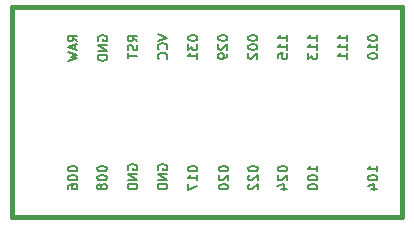
<source format=gbr>
%TF.GenerationSoftware,KiCad,Pcbnew,9.0.0*%
%TF.CreationDate,2025-05-24T09:04:45-07:00*%
%TF.ProjectId,nnv2-smd,6e6e7632-2d73-46d6-942e-6b696361645f,rev?*%
%TF.SameCoordinates,Original*%
%TF.FileFunction,Legend,Bot*%
%TF.FilePolarity,Positive*%
%FSLAX46Y46*%
G04 Gerber Fmt 4.6, Leading zero omitted, Abs format (unit mm)*
G04 Created by KiCad (PCBNEW 9.0.0) date 2025-05-24 09:04:45*
%MOMM*%
%LPD*%
G01*
G04 APERTURE LIST*
%ADD10C,0.150000*%
%ADD11C,0.381000*%
G04 APERTURE END LIST*
D10*
X179740390Y-93156476D02*
X179702295Y-93080286D01*
X179702295Y-93080286D02*
X179702295Y-92966000D01*
X179702295Y-92966000D02*
X179740390Y-92851714D01*
X179740390Y-92851714D02*
X179816580Y-92775524D01*
X179816580Y-92775524D02*
X179892771Y-92737429D01*
X179892771Y-92737429D02*
X180045152Y-92699333D01*
X180045152Y-92699333D02*
X180159438Y-92699333D01*
X180159438Y-92699333D02*
X180311819Y-92737429D01*
X180311819Y-92737429D02*
X180388009Y-92775524D01*
X180388009Y-92775524D02*
X180464200Y-92851714D01*
X180464200Y-92851714D02*
X180502295Y-92966000D01*
X180502295Y-92966000D02*
X180502295Y-93042191D01*
X180502295Y-93042191D02*
X180464200Y-93156476D01*
X180464200Y-93156476D02*
X180426104Y-93194572D01*
X180426104Y-93194572D02*
X180159438Y-93194572D01*
X180159438Y-93194572D02*
X180159438Y-93042191D01*
X180502295Y-93537429D02*
X179702295Y-93537429D01*
X179702295Y-93537429D02*
X180502295Y-93994572D01*
X180502295Y-93994572D02*
X179702295Y-93994572D01*
X180502295Y-94375524D02*
X179702295Y-94375524D01*
X179702295Y-94375524D02*
X179702295Y-94566000D01*
X179702295Y-94566000D02*
X179740390Y-94680286D01*
X179740390Y-94680286D02*
X179816580Y-94756476D01*
X179816580Y-94756476D02*
X179892771Y-94794571D01*
X179892771Y-94794571D02*
X180045152Y-94832667D01*
X180045152Y-94832667D02*
X180159438Y-94832667D01*
X180159438Y-94832667D02*
X180311819Y-94794571D01*
X180311819Y-94794571D02*
X180388009Y-94756476D01*
X180388009Y-94756476D02*
X180464200Y-94680286D01*
X180464200Y-94680286D02*
X180502295Y-94566000D01*
X180502295Y-94566000D02*
X180502295Y-94375524D01*
X195742295Y-93308856D02*
X195742295Y-92851713D01*
X195742295Y-93080285D02*
X194942295Y-93080285D01*
X194942295Y-93080285D02*
X195056580Y-93004094D01*
X195056580Y-93004094D02*
X195132771Y-92927904D01*
X195132771Y-92927904D02*
X195170866Y-92851713D01*
X194942295Y-93804095D02*
X194942295Y-93880285D01*
X194942295Y-93880285D02*
X194980390Y-93956476D01*
X194980390Y-93956476D02*
X195018485Y-93994571D01*
X195018485Y-93994571D02*
X195094676Y-94032666D01*
X195094676Y-94032666D02*
X195247057Y-94070761D01*
X195247057Y-94070761D02*
X195437533Y-94070761D01*
X195437533Y-94070761D02*
X195589914Y-94032666D01*
X195589914Y-94032666D02*
X195666104Y-93994571D01*
X195666104Y-93994571D02*
X195704200Y-93956476D01*
X195704200Y-93956476D02*
X195742295Y-93880285D01*
X195742295Y-93880285D02*
X195742295Y-93804095D01*
X195742295Y-93804095D02*
X195704200Y-93727904D01*
X195704200Y-93727904D02*
X195666104Y-93689809D01*
X195666104Y-93689809D02*
X195589914Y-93651714D01*
X195589914Y-93651714D02*
X195437533Y-93613618D01*
X195437533Y-93613618D02*
X195247057Y-93613618D01*
X195247057Y-93613618D02*
X195094676Y-93651714D01*
X195094676Y-93651714D02*
X195018485Y-93689809D01*
X195018485Y-93689809D02*
X194980390Y-93727904D01*
X194980390Y-93727904D02*
X194942295Y-93804095D01*
X194942295Y-94566000D02*
X194942295Y-94642190D01*
X194942295Y-94642190D02*
X194980390Y-94718381D01*
X194980390Y-94718381D02*
X195018485Y-94756476D01*
X195018485Y-94756476D02*
X195094676Y-94794571D01*
X195094676Y-94794571D02*
X195247057Y-94832666D01*
X195247057Y-94832666D02*
X195437533Y-94832666D01*
X195437533Y-94832666D02*
X195589914Y-94794571D01*
X195589914Y-94794571D02*
X195666104Y-94756476D01*
X195666104Y-94756476D02*
X195704200Y-94718381D01*
X195704200Y-94718381D02*
X195742295Y-94642190D01*
X195742295Y-94642190D02*
X195742295Y-94566000D01*
X195742295Y-94566000D02*
X195704200Y-94489809D01*
X195704200Y-94489809D02*
X195666104Y-94451714D01*
X195666104Y-94451714D02*
X195589914Y-94413619D01*
X195589914Y-94413619D02*
X195437533Y-94375523D01*
X195437533Y-94375523D02*
X195247057Y-94375523D01*
X195247057Y-94375523D02*
X195094676Y-94413619D01*
X195094676Y-94413619D02*
X195018485Y-94451714D01*
X195018485Y-94451714D02*
X194980390Y-94489809D01*
X194980390Y-94489809D02*
X194942295Y-94566000D01*
X182242295Y-81701142D02*
X183042295Y-81967809D01*
X183042295Y-81967809D02*
X182242295Y-82234475D01*
X182966104Y-82958285D02*
X183004200Y-82920189D01*
X183004200Y-82920189D02*
X183042295Y-82805904D01*
X183042295Y-82805904D02*
X183042295Y-82729713D01*
X183042295Y-82729713D02*
X183004200Y-82615427D01*
X183004200Y-82615427D02*
X182928009Y-82539237D01*
X182928009Y-82539237D02*
X182851819Y-82501142D01*
X182851819Y-82501142D02*
X182699438Y-82463046D01*
X182699438Y-82463046D02*
X182585152Y-82463046D01*
X182585152Y-82463046D02*
X182432771Y-82501142D01*
X182432771Y-82501142D02*
X182356580Y-82539237D01*
X182356580Y-82539237D02*
X182280390Y-82615427D01*
X182280390Y-82615427D02*
X182242295Y-82729713D01*
X182242295Y-82729713D02*
X182242295Y-82805904D01*
X182242295Y-82805904D02*
X182280390Y-82920189D01*
X182280390Y-82920189D02*
X182318485Y-82958285D01*
X182966104Y-83758285D02*
X183004200Y-83720189D01*
X183004200Y-83720189D02*
X183042295Y-83605904D01*
X183042295Y-83605904D02*
X183042295Y-83529713D01*
X183042295Y-83529713D02*
X183004200Y-83415427D01*
X183004200Y-83415427D02*
X182928009Y-83339237D01*
X182928009Y-83339237D02*
X182851819Y-83301142D01*
X182851819Y-83301142D02*
X182699438Y-83263046D01*
X182699438Y-83263046D02*
X182585152Y-83263046D01*
X182585152Y-83263046D02*
X182432771Y-83301142D01*
X182432771Y-83301142D02*
X182356580Y-83339237D01*
X182356580Y-83339237D02*
X182280390Y-83415427D01*
X182280390Y-83415427D02*
X182242295Y-83529713D01*
X182242295Y-83529713D02*
X182242295Y-83605904D01*
X182242295Y-83605904D02*
X182280390Y-83720189D01*
X182280390Y-83720189D02*
X182318485Y-83758285D01*
X177200390Y-82240809D02*
X177162295Y-82164619D01*
X177162295Y-82164619D02*
X177162295Y-82050333D01*
X177162295Y-82050333D02*
X177200390Y-81936047D01*
X177200390Y-81936047D02*
X177276580Y-81859857D01*
X177276580Y-81859857D02*
X177352771Y-81821762D01*
X177352771Y-81821762D02*
X177505152Y-81783666D01*
X177505152Y-81783666D02*
X177619438Y-81783666D01*
X177619438Y-81783666D02*
X177771819Y-81821762D01*
X177771819Y-81821762D02*
X177848009Y-81859857D01*
X177848009Y-81859857D02*
X177924200Y-81936047D01*
X177924200Y-81936047D02*
X177962295Y-82050333D01*
X177962295Y-82050333D02*
X177962295Y-82126524D01*
X177962295Y-82126524D02*
X177924200Y-82240809D01*
X177924200Y-82240809D02*
X177886104Y-82278905D01*
X177886104Y-82278905D02*
X177619438Y-82278905D01*
X177619438Y-82278905D02*
X177619438Y-82126524D01*
X177962295Y-82621762D02*
X177162295Y-82621762D01*
X177162295Y-82621762D02*
X177962295Y-83078905D01*
X177962295Y-83078905D02*
X177162295Y-83078905D01*
X177962295Y-83459857D02*
X177162295Y-83459857D01*
X177162295Y-83459857D02*
X177162295Y-83650333D01*
X177162295Y-83650333D02*
X177200390Y-83764619D01*
X177200390Y-83764619D02*
X177276580Y-83840809D01*
X177276580Y-83840809D02*
X177352771Y-83878904D01*
X177352771Y-83878904D02*
X177505152Y-83917000D01*
X177505152Y-83917000D02*
X177619438Y-83917000D01*
X177619438Y-83917000D02*
X177771819Y-83878904D01*
X177771819Y-83878904D02*
X177848009Y-83840809D01*
X177848009Y-83840809D02*
X177924200Y-83764619D01*
X177924200Y-83764619D02*
X177962295Y-83650333D01*
X177962295Y-83650333D02*
X177962295Y-83459857D01*
X177092295Y-93042190D02*
X177092295Y-93118380D01*
X177092295Y-93118380D02*
X177130390Y-93194571D01*
X177130390Y-93194571D02*
X177168485Y-93232666D01*
X177168485Y-93232666D02*
X177244676Y-93270761D01*
X177244676Y-93270761D02*
X177397057Y-93308856D01*
X177397057Y-93308856D02*
X177587533Y-93308856D01*
X177587533Y-93308856D02*
X177739914Y-93270761D01*
X177739914Y-93270761D02*
X177816104Y-93232666D01*
X177816104Y-93232666D02*
X177854200Y-93194571D01*
X177854200Y-93194571D02*
X177892295Y-93118380D01*
X177892295Y-93118380D02*
X177892295Y-93042190D01*
X177892295Y-93042190D02*
X177854200Y-92965999D01*
X177854200Y-92965999D02*
X177816104Y-92927904D01*
X177816104Y-92927904D02*
X177739914Y-92889809D01*
X177739914Y-92889809D02*
X177587533Y-92851713D01*
X177587533Y-92851713D02*
X177397057Y-92851713D01*
X177397057Y-92851713D02*
X177244676Y-92889809D01*
X177244676Y-92889809D02*
X177168485Y-92927904D01*
X177168485Y-92927904D02*
X177130390Y-92965999D01*
X177130390Y-92965999D02*
X177092295Y-93042190D01*
X177092295Y-93804095D02*
X177092295Y-93880285D01*
X177092295Y-93880285D02*
X177130390Y-93956476D01*
X177130390Y-93956476D02*
X177168485Y-93994571D01*
X177168485Y-93994571D02*
X177244676Y-94032666D01*
X177244676Y-94032666D02*
X177397057Y-94070761D01*
X177397057Y-94070761D02*
X177587533Y-94070761D01*
X177587533Y-94070761D02*
X177739914Y-94032666D01*
X177739914Y-94032666D02*
X177816104Y-93994571D01*
X177816104Y-93994571D02*
X177854200Y-93956476D01*
X177854200Y-93956476D02*
X177892295Y-93880285D01*
X177892295Y-93880285D02*
X177892295Y-93804095D01*
X177892295Y-93804095D02*
X177854200Y-93727904D01*
X177854200Y-93727904D02*
X177816104Y-93689809D01*
X177816104Y-93689809D02*
X177739914Y-93651714D01*
X177739914Y-93651714D02*
X177587533Y-93613618D01*
X177587533Y-93613618D02*
X177397057Y-93613618D01*
X177397057Y-93613618D02*
X177244676Y-93651714D01*
X177244676Y-93651714D02*
X177168485Y-93689809D01*
X177168485Y-93689809D02*
X177130390Y-93727904D01*
X177130390Y-93727904D02*
X177092295Y-93804095D01*
X177435152Y-94527904D02*
X177397057Y-94451714D01*
X177397057Y-94451714D02*
X177358961Y-94413619D01*
X177358961Y-94413619D02*
X177282771Y-94375523D01*
X177282771Y-94375523D02*
X177244676Y-94375523D01*
X177244676Y-94375523D02*
X177168485Y-94413619D01*
X177168485Y-94413619D02*
X177130390Y-94451714D01*
X177130390Y-94451714D02*
X177092295Y-94527904D01*
X177092295Y-94527904D02*
X177092295Y-94680285D01*
X177092295Y-94680285D02*
X177130390Y-94756476D01*
X177130390Y-94756476D02*
X177168485Y-94794571D01*
X177168485Y-94794571D02*
X177244676Y-94832666D01*
X177244676Y-94832666D02*
X177282771Y-94832666D01*
X177282771Y-94832666D02*
X177358961Y-94794571D01*
X177358961Y-94794571D02*
X177397057Y-94756476D01*
X177397057Y-94756476D02*
X177435152Y-94680285D01*
X177435152Y-94680285D02*
X177435152Y-94527904D01*
X177435152Y-94527904D02*
X177473247Y-94451714D01*
X177473247Y-94451714D02*
X177511342Y-94413619D01*
X177511342Y-94413619D02*
X177587533Y-94375523D01*
X177587533Y-94375523D02*
X177739914Y-94375523D01*
X177739914Y-94375523D02*
X177816104Y-94413619D01*
X177816104Y-94413619D02*
X177854200Y-94451714D01*
X177854200Y-94451714D02*
X177892295Y-94527904D01*
X177892295Y-94527904D02*
X177892295Y-94680285D01*
X177892295Y-94680285D02*
X177854200Y-94756476D01*
X177854200Y-94756476D02*
X177816104Y-94794571D01*
X177816104Y-94794571D02*
X177739914Y-94832666D01*
X177739914Y-94832666D02*
X177587533Y-94832666D01*
X177587533Y-94832666D02*
X177511342Y-94794571D01*
X177511342Y-94794571D02*
X177473247Y-94756476D01*
X177473247Y-94756476D02*
X177435152Y-94680285D01*
X200022295Y-81967809D02*
X200022295Y-82043999D01*
X200022295Y-82043999D02*
X200060390Y-82120190D01*
X200060390Y-82120190D02*
X200098485Y-82158285D01*
X200098485Y-82158285D02*
X200174676Y-82196380D01*
X200174676Y-82196380D02*
X200327057Y-82234475D01*
X200327057Y-82234475D02*
X200517533Y-82234475D01*
X200517533Y-82234475D02*
X200669914Y-82196380D01*
X200669914Y-82196380D02*
X200746104Y-82158285D01*
X200746104Y-82158285D02*
X200784200Y-82120190D01*
X200784200Y-82120190D02*
X200822295Y-82043999D01*
X200822295Y-82043999D02*
X200822295Y-81967809D01*
X200822295Y-81967809D02*
X200784200Y-81891618D01*
X200784200Y-81891618D02*
X200746104Y-81853523D01*
X200746104Y-81853523D02*
X200669914Y-81815428D01*
X200669914Y-81815428D02*
X200517533Y-81777332D01*
X200517533Y-81777332D02*
X200327057Y-81777332D01*
X200327057Y-81777332D02*
X200174676Y-81815428D01*
X200174676Y-81815428D02*
X200098485Y-81853523D01*
X200098485Y-81853523D02*
X200060390Y-81891618D01*
X200060390Y-81891618D02*
X200022295Y-81967809D01*
X200822295Y-82996380D02*
X200822295Y-82539237D01*
X200822295Y-82767809D02*
X200022295Y-82767809D01*
X200022295Y-82767809D02*
X200136580Y-82691618D01*
X200136580Y-82691618D02*
X200212771Y-82615428D01*
X200212771Y-82615428D02*
X200250866Y-82539237D01*
X200022295Y-83491619D02*
X200022295Y-83567809D01*
X200022295Y-83567809D02*
X200060390Y-83644000D01*
X200060390Y-83644000D02*
X200098485Y-83682095D01*
X200098485Y-83682095D02*
X200174676Y-83720190D01*
X200174676Y-83720190D02*
X200327057Y-83758285D01*
X200327057Y-83758285D02*
X200517533Y-83758285D01*
X200517533Y-83758285D02*
X200669914Y-83720190D01*
X200669914Y-83720190D02*
X200746104Y-83682095D01*
X200746104Y-83682095D02*
X200784200Y-83644000D01*
X200784200Y-83644000D02*
X200822295Y-83567809D01*
X200822295Y-83567809D02*
X200822295Y-83491619D01*
X200822295Y-83491619D02*
X200784200Y-83415428D01*
X200784200Y-83415428D02*
X200746104Y-83377333D01*
X200746104Y-83377333D02*
X200669914Y-83339238D01*
X200669914Y-83339238D02*
X200517533Y-83301142D01*
X200517533Y-83301142D02*
X200327057Y-83301142D01*
X200327057Y-83301142D02*
X200174676Y-83339238D01*
X200174676Y-83339238D02*
X200098485Y-83377333D01*
X200098485Y-83377333D02*
X200060390Y-83415428D01*
X200060390Y-83415428D02*
X200022295Y-83491619D01*
X198282295Y-82234475D02*
X198282295Y-81777332D01*
X198282295Y-82005904D02*
X197482295Y-82005904D01*
X197482295Y-82005904D02*
X197596580Y-81929713D01*
X197596580Y-81929713D02*
X197672771Y-81853523D01*
X197672771Y-81853523D02*
X197710866Y-81777332D01*
X198282295Y-82996380D02*
X198282295Y-82539237D01*
X198282295Y-82767809D02*
X197482295Y-82767809D01*
X197482295Y-82767809D02*
X197596580Y-82691618D01*
X197596580Y-82691618D02*
X197672771Y-82615428D01*
X197672771Y-82615428D02*
X197710866Y-82539237D01*
X198282295Y-83758285D02*
X198282295Y-83301142D01*
X198282295Y-83529714D02*
X197482295Y-83529714D01*
X197482295Y-83529714D02*
X197596580Y-83453523D01*
X197596580Y-83453523D02*
X197672771Y-83377333D01*
X197672771Y-83377333D02*
X197710866Y-83301142D01*
X175422295Y-82278904D02*
X175041342Y-82012237D01*
X175422295Y-81821761D02*
X174622295Y-81821761D01*
X174622295Y-81821761D02*
X174622295Y-82126523D01*
X174622295Y-82126523D02*
X174660390Y-82202713D01*
X174660390Y-82202713D02*
X174698485Y-82240808D01*
X174698485Y-82240808D02*
X174774676Y-82278904D01*
X174774676Y-82278904D02*
X174888961Y-82278904D01*
X174888961Y-82278904D02*
X174965152Y-82240808D01*
X174965152Y-82240808D02*
X175003247Y-82202713D01*
X175003247Y-82202713D02*
X175041342Y-82126523D01*
X175041342Y-82126523D02*
X175041342Y-81821761D01*
X175193723Y-82583665D02*
X175193723Y-82964618D01*
X175422295Y-82507475D02*
X174622295Y-82774142D01*
X174622295Y-82774142D02*
X175422295Y-83040808D01*
X174622295Y-83231284D02*
X175422295Y-83421760D01*
X175422295Y-83421760D02*
X174850866Y-83574141D01*
X174850866Y-83574141D02*
X175422295Y-83726522D01*
X175422295Y-83726522D02*
X174622295Y-83916999D01*
X189892295Y-93042190D02*
X189892295Y-93118380D01*
X189892295Y-93118380D02*
X189930390Y-93194571D01*
X189930390Y-93194571D02*
X189968485Y-93232666D01*
X189968485Y-93232666D02*
X190044676Y-93270761D01*
X190044676Y-93270761D02*
X190197057Y-93308856D01*
X190197057Y-93308856D02*
X190387533Y-93308856D01*
X190387533Y-93308856D02*
X190539914Y-93270761D01*
X190539914Y-93270761D02*
X190616104Y-93232666D01*
X190616104Y-93232666D02*
X190654200Y-93194571D01*
X190654200Y-93194571D02*
X190692295Y-93118380D01*
X190692295Y-93118380D02*
X190692295Y-93042190D01*
X190692295Y-93042190D02*
X190654200Y-92965999D01*
X190654200Y-92965999D02*
X190616104Y-92927904D01*
X190616104Y-92927904D02*
X190539914Y-92889809D01*
X190539914Y-92889809D02*
X190387533Y-92851713D01*
X190387533Y-92851713D02*
X190197057Y-92851713D01*
X190197057Y-92851713D02*
X190044676Y-92889809D01*
X190044676Y-92889809D02*
X189968485Y-92927904D01*
X189968485Y-92927904D02*
X189930390Y-92965999D01*
X189930390Y-92965999D02*
X189892295Y-93042190D01*
X189968485Y-93613618D02*
X189930390Y-93651714D01*
X189930390Y-93651714D02*
X189892295Y-93727904D01*
X189892295Y-93727904D02*
X189892295Y-93918380D01*
X189892295Y-93918380D02*
X189930390Y-93994571D01*
X189930390Y-93994571D02*
X189968485Y-94032666D01*
X189968485Y-94032666D02*
X190044676Y-94070761D01*
X190044676Y-94070761D02*
X190120866Y-94070761D01*
X190120866Y-94070761D02*
X190235152Y-94032666D01*
X190235152Y-94032666D02*
X190692295Y-93575523D01*
X190692295Y-93575523D02*
X190692295Y-94070761D01*
X189968485Y-94375523D02*
X189930390Y-94413619D01*
X189930390Y-94413619D02*
X189892295Y-94489809D01*
X189892295Y-94489809D02*
X189892295Y-94680285D01*
X189892295Y-94680285D02*
X189930390Y-94756476D01*
X189930390Y-94756476D02*
X189968485Y-94794571D01*
X189968485Y-94794571D02*
X190044676Y-94832666D01*
X190044676Y-94832666D02*
X190120866Y-94832666D01*
X190120866Y-94832666D02*
X190235152Y-94794571D01*
X190235152Y-94794571D02*
X190692295Y-94337428D01*
X190692295Y-94337428D02*
X190692295Y-94832666D01*
X200822295Y-93308856D02*
X200822295Y-92851713D01*
X200822295Y-93080285D02*
X200022295Y-93080285D01*
X200022295Y-93080285D02*
X200136580Y-93004094D01*
X200136580Y-93004094D02*
X200212771Y-92927904D01*
X200212771Y-92927904D02*
X200250866Y-92851713D01*
X200022295Y-93804095D02*
X200022295Y-93880285D01*
X200022295Y-93880285D02*
X200060390Y-93956476D01*
X200060390Y-93956476D02*
X200098485Y-93994571D01*
X200098485Y-93994571D02*
X200174676Y-94032666D01*
X200174676Y-94032666D02*
X200327057Y-94070761D01*
X200327057Y-94070761D02*
X200517533Y-94070761D01*
X200517533Y-94070761D02*
X200669914Y-94032666D01*
X200669914Y-94032666D02*
X200746104Y-93994571D01*
X200746104Y-93994571D02*
X200784200Y-93956476D01*
X200784200Y-93956476D02*
X200822295Y-93880285D01*
X200822295Y-93880285D02*
X200822295Y-93804095D01*
X200822295Y-93804095D02*
X200784200Y-93727904D01*
X200784200Y-93727904D02*
X200746104Y-93689809D01*
X200746104Y-93689809D02*
X200669914Y-93651714D01*
X200669914Y-93651714D02*
X200517533Y-93613618D01*
X200517533Y-93613618D02*
X200327057Y-93613618D01*
X200327057Y-93613618D02*
X200174676Y-93651714D01*
X200174676Y-93651714D02*
X200098485Y-93689809D01*
X200098485Y-93689809D02*
X200060390Y-93727904D01*
X200060390Y-93727904D02*
X200022295Y-93804095D01*
X200288961Y-94756476D02*
X200822295Y-94756476D01*
X199984200Y-94566000D02*
X200555628Y-94375523D01*
X200555628Y-94375523D02*
X200555628Y-94870762D01*
X184782295Y-93042190D02*
X184782295Y-93118380D01*
X184782295Y-93118380D02*
X184820390Y-93194571D01*
X184820390Y-93194571D02*
X184858485Y-93232666D01*
X184858485Y-93232666D02*
X184934676Y-93270761D01*
X184934676Y-93270761D02*
X185087057Y-93308856D01*
X185087057Y-93308856D02*
X185277533Y-93308856D01*
X185277533Y-93308856D02*
X185429914Y-93270761D01*
X185429914Y-93270761D02*
X185506104Y-93232666D01*
X185506104Y-93232666D02*
X185544200Y-93194571D01*
X185544200Y-93194571D02*
X185582295Y-93118380D01*
X185582295Y-93118380D02*
X185582295Y-93042190D01*
X185582295Y-93042190D02*
X185544200Y-92965999D01*
X185544200Y-92965999D02*
X185506104Y-92927904D01*
X185506104Y-92927904D02*
X185429914Y-92889809D01*
X185429914Y-92889809D02*
X185277533Y-92851713D01*
X185277533Y-92851713D02*
X185087057Y-92851713D01*
X185087057Y-92851713D02*
X184934676Y-92889809D01*
X184934676Y-92889809D02*
X184858485Y-92927904D01*
X184858485Y-92927904D02*
X184820390Y-92965999D01*
X184820390Y-92965999D02*
X184782295Y-93042190D01*
X185582295Y-94070761D02*
X185582295Y-93613618D01*
X185582295Y-93842190D02*
X184782295Y-93842190D01*
X184782295Y-93842190D02*
X184896580Y-93765999D01*
X184896580Y-93765999D02*
X184972771Y-93689809D01*
X184972771Y-93689809D02*
X185010866Y-93613618D01*
X184782295Y-94337428D02*
X184782295Y-94870762D01*
X184782295Y-94870762D02*
X185582295Y-94527904D01*
X184782295Y-81967809D02*
X184782295Y-82043999D01*
X184782295Y-82043999D02*
X184820390Y-82120190D01*
X184820390Y-82120190D02*
X184858485Y-82158285D01*
X184858485Y-82158285D02*
X184934676Y-82196380D01*
X184934676Y-82196380D02*
X185087057Y-82234475D01*
X185087057Y-82234475D02*
X185277533Y-82234475D01*
X185277533Y-82234475D02*
X185429914Y-82196380D01*
X185429914Y-82196380D02*
X185506104Y-82158285D01*
X185506104Y-82158285D02*
X185544200Y-82120190D01*
X185544200Y-82120190D02*
X185582295Y-82043999D01*
X185582295Y-82043999D02*
X185582295Y-81967809D01*
X185582295Y-81967809D02*
X185544200Y-81891618D01*
X185544200Y-81891618D02*
X185506104Y-81853523D01*
X185506104Y-81853523D02*
X185429914Y-81815428D01*
X185429914Y-81815428D02*
X185277533Y-81777332D01*
X185277533Y-81777332D02*
X185087057Y-81777332D01*
X185087057Y-81777332D02*
X184934676Y-81815428D01*
X184934676Y-81815428D02*
X184858485Y-81853523D01*
X184858485Y-81853523D02*
X184820390Y-81891618D01*
X184820390Y-81891618D02*
X184782295Y-81967809D01*
X184782295Y-82501142D02*
X184782295Y-82996380D01*
X184782295Y-82996380D02*
X185087057Y-82729714D01*
X185087057Y-82729714D02*
X185087057Y-82843999D01*
X185087057Y-82843999D02*
X185125152Y-82920190D01*
X185125152Y-82920190D02*
X185163247Y-82958285D01*
X185163247Y-82958285D02*
X185239438Y-82996380D01*
X185239438Y-82996380D02*
X185429914Y-82996380D01*
X185429914Y-82996380D02*
X185506104Y-82958285D01*
X185506104Y-82958285D02*
X185544200Y-82920190D01*
X185544200Y-82920190D02*
X185582295Y-82843999D01*
X185582295Y-82843999D02*
X185582295Y-82615428D01*
X185582295Y-82615428D02*
X185544200Y-82539237D01*
X185544200Y-82539237D02*
X185506104Y-82501142D01*
X185582295Y-83758285D02*
X185582295Y-83301142D01*
X185582295Y-83529714D02*
X184782295Y-83529714D01*
X184782295Y-83529714D02*
X184896580Y-83453523D01*
X184896580Y-83453523D02*
X184972771Y-83377333D01*
X184972771Y-83377333D02*
X185010866Y-83301142D01*
X182280390Y-93156476D02*
X182242295Y-93080286D01*
X182242295Y-93080286D02*
X182242295Y-92966000D01*
X182242295Y-92966000D02*
X182280390Y-92851714D01*
X182280390Y-92851714D02*
X182356580Y-92775524D01*
X182356580Y-92775524D02*
X182432771Y-92737429D01*
X182432771Y-92737429D02*
X182585152Y-92699333D01*
X182585152Y-92699333D02*
X182699438Y-92699333D01*
X182699438Y-92699333D02*
X182851819Y-92737429D01*
X182851819Y-92737429D02*
X182928009Y-92775524D01*
X182928009Y-92775524D02*
X183004200Y-92851714D01*
X183004200Y-92851714D02*
X183042295Y-92966000D01*
X183042295Y-92966000D02*
X183042295Y-93042191D01*
X183042295Y-93042191D02*
X183004200Y-93156476D01*
X183004200Y-93156476D02*
X182966104Y-93194572D01*
X182966104Y-93194572D02*
X182699438Y-93194572D01*
X182699438Y-93194572D02*
X182699438Y-93042191D01*
X183042295Y-93537429D02*
X182242295Y-93537429D01*
X182242295Y-93537429D02*
X183042295Y-93994572D01*
X183042295Y-93994572D02*
X182242295Y-93994572D01*
X183042295Y-94375524D02*
X182242295Y-94375524D01*
X182242295Y-94375524D02*
X182242295Y-94566000D01*
X182242295Y-94566000D02*
X182280390Y-94680286D01*
X182280390Y-94680286D02*
X182356580Y-94756476D01*
X182356580Y-94756476D02*
X182432771Y-94794571D01*
X182432771Y-94794571D02*
X182585152Y-94832667D01*
X182585152Y-94832667D02*
X182699438Y-94832667D01*
X182699438Y-94832667D02*
X182851819Y-94794571D01*
X182851819Y-94794571D02*
X182928009Y-94756476D01*
X182928009Y-94756476D02*
X183004200Y-94680286D01*
X183004200Y-94680286D02*
X183042295Y-94566000D01*
X183042295Y-94566000D02*
X183042295Y-94375524D01*
X187322295Y-81967809D02*
X187322295Y-82043999D01*
X187322295Y-82043999D02*
X187360390Y-82120190D01*
X187360390Y-82120190D02*
X187398485Y-82158285D01*
X187398485Y-82158285D02*
X187474676Y-82196380D01*
X187474676Y-82196380D02*
X187627057Y-82234475D01*
X187627057Y-82234475D02*
X187817533Y-82234475D01*
X187817533Y-82234475D02*
X187969914Y-82196380D01*
X187969914Y-82196380D02*
X188046104Y-82158285D01*
X188046104Y-82158285D02*
X188084200Y-82120190D01*
X188084200Y-82120190D02*
X188122295Y-82043999D01*
X188122295Y-82043999D02*
X188122295Y-81967809D01*
X188122295Y-81967809D02*
X188084200Y-81891618D01*
X188084200Y-81891618D02*
X188046104Y-81853523D01*
X188046104Y-81853523D02*
X187969914Y-81815428D01*
X187969914Y-81815428D02*
X187817533Y-81777332D01*
X187817533Y-81777332D02*
X187627057Y-81777332D01*
X187627057Y-81777332D02*
X187474676Y-81815428D01*
X187474676Y-81815428D02*
X187398485Y-81853523D01*
X187398485Y-81853523D02*
X187360390Y-81891618D01*
X187360390Y-81891618D02*
X187322295Y-81967809D01*
X187398485Y-82539237D02*
X187360390Y-82577333D01*
X187360390Y-82577333D02*
X187322295Y-82653523D01*
X187322295Y-82653523D02*
X187322295Y-82843999D01*
X187322295Y-82843999D02*
X187360390Y-82920190D01*
X187360390Y-82920190D02*
X187398485Y-82958285D01*
X187398485Y-82958285D02*
X187474676Y-82996380D01*
X187474676Y-82996380D02*
X187550866Y-82996380D01*
X187550866Y-82996380D02*
X187665152Y-82958285D01*
X187665152Y-82958285D02*
X188122295Y-82501142D01*
X188122295Y-82501142D02*
X188122295Y-82996380D01*
X188122295Y-83377333D02*
X188122295Y-83529714D01*
X188122295Y-83529714D02*
X188084200Y-83605904D01*
X188084200Y-83605904D02*
X188046104Y-83644000D01*
X188046104Y-83644000D02*
X187931819Y-83720190D01*
X187931819Y-83720190D02*
X187779438Y-83758285D01*
X187779438Y-83758285D02*
X187474676Y-83758285D01*
X187474676Y-83758285D02*
X187398485Y-83720190D01*
X187398485Y-83720190D02*
X187360390Y-83682095D01*
X187360390Y-83682095D02*
X187322295Y-83605904D01*
X187322295Y-83605904D02*
X187322295Y-83453523D01*
X187322295Y-83453523D02*
X187360390Y-83377333D01*
X187360390Y-83377333D02*
X187398485Y-83339238D01*
X187398485Y-83339238D02*
X187474676Y-83301142D01*
X187474676Y-83301142D02*
X187665152Y-83301142D01*
X187665152Y-83301142D02*
X187741342Y-83339238D01*
X187741342Y-83339238D02*
X187779438Y-83377333D01*
X187779438Y-83377333D02*
X187817533Y-83453523D01*
X187817533Y-83453523D02*
X187817533Y-83605904D01*
X187817533Y-83605904D02*
X187779438Y-83682095D01*
X187779438Y-83682095D02*
X187741342Y-83720190D01*
X187741342Y-83720190D02*
X187665152Y-83758285D01*
X192392295Y-93042190D02*
X192392295Y-93118380D01*
X192392295Y-93118380D02*
X192430390Y-93194571D01*
X192430390Y-93194571D02*
X192468485Y-93232666D01*
X192468485Y-93232666D02*
X192544676Y-93270761D01*
X192544676Y-93270761D02*
X192697057Y-93308856D01*
X192697057Y-93308856D02*
X192887533Y-93308856D01*
X192887533Y-93308856D02*
X193039914Y-93270761D01*
X193039914Y-93270761D02*
X193116104Y-93232666D01*
X193116104Y-93232666D02*
X193154200Y-93194571D01*
X193154200Y-93194571D02*
X193192295Y-93118380D01*
X193192295Y-93118380D02*
X193192295Y-93042190D01*
X193192295Y-93042190D02*
X193154200Y-92965999D01*
X193154200Y-92965999D02*
X193116104Y-92927904D01*
X193116104Y-92927904D02*
X193039914Y-92889809D01*
X193039914Y-92889809D02*
X192887533Y-92851713D01*
X192887533Y-92851713D02*
X192697057Y-92851713D01*
X192697057Y-92851713D02*
X192544676Y-92889809D01*
X192544676Y-92889809D02*
X192468485Y-92927904D01*
X192468485Y-92927904D02*
X192430390Y-92965999D01*
X192430390Y-92965999D02*
X192392295Y-93042190D01*
X192468485Y-93613618D02*
X192430390Y-93651714D01*
X192430390Y-93651714D02*
X192392295Y-93727904D01*
X192392295Y-93727904D02*
X192392295Y-93918380D01*
X192392295Y-93918380D02*
X192430390Y-93994571D01*
X192430390Y-93994571D02*
X192468485Y-94032666D01*
X192468485Y-94032666D02*
X192544676Y-94070761D01*
X192544676Y-94070761D02*
X192620866Y-94070761D01*
X192620866Y-94070761D02*
X192735152Y-94032666D01*
X192735152Y-94032666D02*
X193192295Y-93575523D01*
X193192295Y-93575523D02*
X193192295Y-94070761D01*
X192658961Y-94756476D02*
X193192295Y-94756476D01*
X192354200Y-94566000D02*
X192925628Y-94375523D01*
X192925628Y-94375523D02*
X192925628Y-94870762D01*
X174622295Y-93042190D02*
X174622295Y-93118380D01*
X174622295Y-93118380D02*
X174660390Y-93194571D01*
X174660390Y-93194571D02*
X174698485Y-93232666D01*
X174698485Y-93232666D02*
X174774676Y-93270761D01*
X174774676Y-93270761D02*
X174927057Y-93308856D01*
X174927057Y-93308856D02*
X175117533Y-93308856D01*
X175117533Y-93308856D02*
X175269914Y-93270761D01*
X175269914Y-93270761D02*
X175346104Y-93232666D01*
X175346104Y-93232666D02*
X175384200Y-93194571D01*
X175384200Y-93194571D02*
X175422295Y-93118380D01*
X175422295Y-93118380D02*
X175422295Y-93042190D01*
X175422295Y-93042190D02*
X175384200Y-92965999D01*
X175384200Y-92965999D02*
X175346104Y-92927904D01*
X175346104Y-92927904D02*
X175269914Y-92889809D01*
X175269914Y-92889809D02*
X175117533Y-92851713D01*
X175117533Y-92851713D02*
X174927057Y-92851713D01*
X174927057Y-92851713D02*
X174774676Y-92889809D01*
X174774676Y-92889809D02*
X174698485Y-92927904D01*
X174698485Y-92927904D02*
X174660390Y-92965999D01*
X174660390Y-92965999D02*
X174622295Y-93042190D01*
X174622295Y-93804095D02*
X174622295Y-93880285D01*
X174622295Y-93880285D02*
X174660390Y-93956476D01*
X174660390Y-93956476D02*
X174698485Y-93994571D01*
X174698485Y-93994571D02*
X174774676Y-94032666D01*
X174774676Y-94032666D02*
X174927057Y-94070761D01*
X174927057Y-94070761D02*
X175117533Y-94070761D01*
X175117533Y-94070761D02*
X175269914Y-94032666D01*
X175269914Y-94032666D02*
X175346104Y-93994571D01*
X175346104Y-93994571D02*
X175384200Y-93956476D01*
X175384200Y-93956476D02*
X175422295Y-93880285D01*
X175422295Y-93880285D02*
X175422295Y-93804095D01*
X175422295Y-93804095D02*
X175384200Y-93727904D01*
X175384200Y-93727904D02*
X175346104Y-93689809D01*
X175346104Y-93689809D02*
X175269914Y-93651714D01*
X175269914Y-93651714D02*
X175117533Y-93613618D01*
X175117533Y-93613618D02*
X174927057Y-93613618D01*
X174927057Y-93613618D02*
X174774676Y-93651714D01*
X174774676Y-93651714D02*
X174698485Y-93689809D01*
X174698485Y-93689809D02*
X174660390Y-93727904D01*
X174660390Y-93727904D02*
X174622295Y-93804095D01*
X174622295Y-94756476D02*
X174622295Y-94604095D01*
X174622295Y-94604095D02*
X174660390Y-94527904D01*
X174660390Y-94527904D02*
X174698485Y-94489809D01*
X174698485Y-94489809D02*
X174812771Y-94413619D01*
X174812771Y-94413619D02*
X174965152Y-94375523D01*
X174965152Y-94375523D02*
X175269914Y-94375523D01*
X175269914Y-94375523D02*
X175346104Y-94413619D01*
X175346104Y-94413619D02*
X175384200Y-94451714D01*
X175384200Y-94451714D02*
X175422295Y-94527904D01*
X175422295Y-94527904D02*
X175422295Y-94680285D01*
X175422295Y-94680285D02*
X175384200Y-94756476D01*
X175384200Y-94756476D02*
X175346104Y-94794571D01*
X175346104Y-94794571D02*
X175269914Y-94832666D01*
X175269914Y-94832666D02*
X175079438Y-94832666D01*
X175079438Y-94832666D02*
X175003247Y-94794571D01*
X175003247Y-94794571D02*
X174965152Y-94756476D01*
X174965152Y-94756476D02*
X174927057Y-94680285D01*
X174927057Y-94680285D02*
X174927057Y-94527904D01*
X174927057Y-94527904D02*
X174965152Y-94451714D01*
X174965152Y-94451714D02*
X175003247Y-94413619D01*
X175003247Y-94413619D02*
X175079438Y-94375523D01*
X193202295Y-82234475D02*
X193202295Y-81777332D01*
X193202295Y-82005904D02*
X192402295Y-82005904D01*
X192402295Y-82005904D02*
X192516580Y-81929713D01*
X192516580Y-81929713D02*
X192592771Y-81853523D01*
X192592771Y-81853523D02*
X192630866Y-81777332D01*
X193202295Y-82996380D02*
X193202295Y-82539237D01*
X193202295Y-82767809D02*
X192402295Y-82767809D01*
X192402295Y-82767809D02*
X192516580Y-82691618D01*
X192516580Y-82691618D02*
X192592771Y-82615428D01*
X192592771Y-82615428D02*
X192630866Y-82539237D01*
X192402295Y-83720190D02*
X192402295Y-83339238D01*
X192402295Y-83339238D02*
X192783247Y-83301142D01*
X192783247Y-83301142D02*
X192745152Y-83339238D01*
X192745152Y-83339238D02*
X192707057Y-83415428D01*
X192707057Y-83415428D02*
X192707057Y-83605904D01*
X192707057Y-83605904D02*
X192745152Y-83682095D01*
X192745152Y-83682095D02*
X192783247Y-83720190D01*
X192783247Y-83720190D02*
X192859438Y-83758285D01*
X192859438Y-83758285D02*
X193049914Y-83758285D01*
X193049914Y-83758285D02*
X193126104Y-83720190D01*
X193126104Y-83720190D02*
X193164200Y-83682095D01*
X193164200Y-83682095D02*
X193202295Y-83605904D01*
X193202295Y-83605904D02*
X193202295Y-83415428D01*
X193202295Y-83415428D02*
X193164200Y-83339238D01*
X193164200Y-83339238D02*
X193126104Y-83301142D01*
X195742295Y-82234475D02*
X195742295Y-81777332D01*
X195742295Y-82005904D02*
X194942295Y-82005904D01*
X194942295Y-82005904D02*
X195056580Y-81929713D01*
X195056580Y-81929713D02*
X195132771Y-81853523D01*
X195132771Y-81853523D02*
X195170866Y-81777332D01*
X195742295Y-82996380D02*
X195742295Y-82539237D01*
X195742295Y-82767809D02*
X194942295Y-82767809D01*
X194942295Y-82767809D02*
X195056580Y-82691618D01*
X195056580Y-82691618D02*
X195132771Y-82615428D01*
X195132771Y-82615428D02*
X195170866Y-82539237D01*
X194942295Y-83263047D02*
X194942295Y-83758285D01*
X194942295Y-83758285D02*
X195247057Y-83491619D01*
X195247057Y-83491619D02*
X195247057Y-83605904D01*
X195247057Y-83605904D02*
X195285152Y-83682095D01*
X195285152Y-83682095D02*
X195323247Y-83720190D01*
X195323247Y-83720190D02*
X195399438Y-83758285D01*
X195399438Y-83758285D02*
X195589914Y-83758285D01*
X195589914Y-83758285D02*
X195666104Y-83720190D01*
X195666104Y-83720190D02*
X195704200Y-83682095D01*
X195704200Y-83682095D02*
X195742295Y-83605904D01*
X195742295Y-83605904D02*
X195742295Y-83377333D01*
X195742295Y-83377333D02*
X195704200Y-83301142D01*
X195704200Y-83301142D02*
X195666104Y-83263047D01*
X180502295Y-82278905D02*
X180121342Y-82012238D01*
X180502295Y-81821762D02*
X179702295Y-81821762D01*
X179702295Y-81821762D02*
X179702295Y-82126524D01*
X179702295Y-82126524D02*
X179740390Y-82202714D01*
X179740390Y-82202714D02*
X179778485Y-82240809D01*
X179778485Y-82240809D02*
X179854676Y-82278905D01*
X179854676Y-82278905D02*
X179968961Y-82278905D01*
X179968961Y-82278905D02*
X180045152Y-82240809D01*
X180045152Y-82240809D02*
X180083247Y-82202714D01*
X180083247Y-82202714D02*
X180121342Y-82126524D01*
X180121342Y-82126524D02*
X180121342Y-81821762D01*
X180464200Y-82583666D02*
X180502295Y-82697952D01*
X180502295Y-82697952D02*
X180502295Y-82888428D01*
X180502295Y-82888428D02*
X180464200Y-82964619D01*
X180464200Y-82964619D02*
X180426104Y-83002714D01*
X180426104Y-83002714D02*
X180349914Y-83040809D01*
X180349914Y-83040809D02*
X180273723Y-83040809D01*
X180273723Y-83040809D02*
X180197533Y-83002714D01*
X180197533Y-83002714D02*
X180159438Y-82964619D01*
X180159438Y-82964619D02*
X180121342Y-82888428D01*
X180121342Y-82888428D02*
X180083247Y-82736047D01*
X180083247Y-82736047D02*
X180045152Y-82659857D01*
X180045152Y-82659857D02*
X180007057Y-82621762D01*
X180007057Y-82621762D02*
X179930866Y-82583666D01*
X179930866Y-82583666D02*
X179854676Y-82583666D01*
X179854676Y-82583666D02*
X179778485Y-82621762D01*
X179778485Y-82621762D02*
X179740390Y-82659857D01*
X179740390Y-82659857D02*
X179702295Y-82736047D01*
X179702295Y-82736047D02*
X179702295Y-82926524D01*
X179702295Y-82926524D02*
X179740390Y-83040809D01*
X179702295Y-83269381D02*
X179702295Y-83726524D01*
X180502295Y-83497952D02*
X179702295Y-83497952D01*
X187392295Y-93042190D02*
X187392295Y-93118380D01*
X187392295Y-93118380D02*
X187430390Y-93194571D01*
X187430390Y-93194571D02*
X187468485Y-93232666D01*
X187468485Y-93232666D02*
X187544676Y-93270761D01*
X187544676Y-93270761D02*
X187697057Y-93308856D01*
X187697057Y-93308856D02*
X187887533Y-93308856D01*
X187887533Y-93308856D02*
X188039914Y-93270761D01*
X188039914Y-93270761D02*
X188116104Y-93232666D01*
X188116104Y-93232666D02*
X188154200Y-93194571D01*
X188154200Y-93194571D02*
X188192295Y-93118380D01*
X188192295Y-93118380D02*
X188192295Y-93042190D01*
X188192295Y-93042190D02*
X188154200Y-92965999D01*
X188154200Y-92965999D02*
X188116104Y-92927904D01*
X188116104Y-92927904D02*
X188039914Y-92889809D01*
X188039914Y-92889809D02*
X187887533Y-92851713D01*
X187887533Y-92851713D02*
X187697057Y-92851713D01*
X187697057Y-92851713D02*
X187544676Y-92889809D01*
X187544676Y-92889809D02*
X187468485Y-92927904D01*
X187468485Y-92927904D02*
X187430390Y-92965999D01*
X187430390Y-92965999D02*
X187392295Y-93042190D01*
X187468485Y-93613618D02*
X187430390Y-93651714D01*
X187430390Y-93651714D02*
X187392295Y-93727904D01*
X187392295Y-93727904D02*
X187392295Y-93918380D01*
X187392295Y-93918380D02*
X187430390Y-93994571D01*
X187430390Y-93994571D02*
X187468485Y-94032666D01*
X187468485Y-94032666D02*
X187544676Y-94070761D01*
X187544676Y-94070761D02*
X187620866Y-94070761D01*
X187620866Y-94070761D02*
X187735152Y-94032666D01*
X187735152Y-94032666D02*
X188192295Y-93575523D01*
X188192295Y-93575523D02*
X188192295Y-94070761D01*
X187392295Y-94566000D02*
X187392295Y-94642190D01*
X187392295Y-94642190D02*
X187430390Y-94718381D01*
X187430390Y-94718381D02*
X187468485Y-94756476D01*
X187468485Y-94756476D02*
X187544676Y-94794571D01*
X187544676Y-94794571D02*
X187697057Y-94832666D01*
X187697057Y-94832666D02*
X187887533Y-94832666D01*
X187887533Y-94832666D02*
X188039914Y-94794571D01*
X188039914Y-94794571D02*
X188116104Y-94756476D01*
X188116104Y-94756476D02*
X188154200Y-94718381D01*
X188154200Y-94718381D02*
X188192295Y-94642190D01*
X188192295Y-94642190D02*
X188192295Y-94566000D01*
X188192295Y-94566000D02*
X188154200Y-94489809D01*
X188154200Y-94489809D02*
X188116104Y-94451714D01*
X188116104Y-94451714D02*
X188039914Y-94413619D01*
X188039914Y-94413619D02*
X187887533Y-94375523D01*
X187887533Y-94375523D02*
X187697057Y-94375523D01*
X187697057Y-94375523D02*
X187544676Y-94413619D01*
X187544676Y-94413619D02*
X187468485Y-94451714D01*
X187468485Y-94451714D02*
X187430390Y-94489809D01*
X187430390Y-94489809D02*
X187392295Y-94566000D01*
X189862295Y-81967809D02*
X189862295Y-82043999D01*
X189862295Y-82043999D02*
X189900390Y-82120190D01*
X189900390Y-82120190D02*
X189938485Y-82158285D01*
X189938485Y-82158285D02*
X190014676Y-82196380D01*
X190014676Y-82196380D02*
X190167057Y-82234475D01*
X190167057Y-82234475D02*
X190357533Y-82234475D01*
X190357533Y-82234475D02*
X190509914Y-82196380D01*
X190509914Y-82196380D02*
X190586104Y-82158285D01*
X190586104Y-82158285D02*
X190624200Y-82120190D01*
X190624200Y-82120190D02*
X190662295Y-82043999D01*
X190662295Y-82043999D02*
X190662295Y-81967809D01*
X190662295Y-81967809D02*
X190624200Y-81891618D01*
X190624200Y-81891618D02*
X190586104Y-81853523D01*
X190586104Y-81853523D02*
X190509914Y-81815428D01*
X190509914Y-81815428D02*
X190357533Y-81777332D01*
X190357533Y-81777332D02*
X190167057Y-81777332D01*
X190167057Y-81777332D02*
X190014676Y-81815428D01*
X190014676Y-81815428D02*
X189938485Y-81853523D01*
X189938485Y-81853523D02*
X189900390Y-81891618D01*
X189900390Y-81891618D02*
X189862295Y-81967809D01*
X189862295Y-82729714D02*
X189862295Y-82805904D01*
X189862295Y-82805904D02*
X189900390Y-82882095D01*
X189900390Y-82882095D02*
X189938485Y-82920190D01*
X189938485Y-82920190D02*
X190014676Y-82958285D01*
X190014676Y-82958285D02*
X190167057Y-82996380D01*
X190167057Y-82996380D02*
X190357533Y-82996380D01*
X190357533Y-82996380D02*
X190509914Y-82958285D01*
X190509914Y-82958285D02*
X190586104Y-82920190D01*
X190586104Y-82920190D02*
X190624200Y-82882095D01*
X190624200Y-82882095D02*
X190662295Y-82805904D01*
X190662295Y-82805904D02*
X190662295Y-82729714D01*
X190662295Y-82729714D02*
X190624200Y-82653523D01*
X190624200Y-82653523D02*
X190586104Y-82615428D01*
X190586104Y-82615428D02*
X190509914Y-82577333D01*
X190509914Y-82577333D02*
X190357533Y-82539237D01*
X190357533Y-82539237D02*
X190167057Y-82539237D01*
X190167057Y-82539237D02*
X190014676Y-82577333D01*
X190014676Y-82577333D02*
X189938485Y-82615428D01*
X189938485Y-82615428D02*
X189900390Y-82653523D01*
X189900390Y-82653523D02*
X189862295Y-82729714D01*
X189938485Y-83301142D02*
X189900390Y-83339238D01*
X189900390Y-83339238D02*
X189862295Y-83415428D01*
X189862295Y-83415428D02*
X189862295Y-83605904D01*
X189862295Y-83605904D02*
X189900390Y-83682095D01*
X189900390Y-83682095D02*
X189938485Y-83720190D01*
X189938485Y-83720190D02*
X190014676Y-83758285D01*
X190014676Y-83758285D02*
X190090866Y-83758285D01*
X190090866Y-83758285D02*
X190205152Y-83720190D01*
X190205152Y-83720190D02*
X190662295Y-83263047D01*
X190662295Y-83263047D02*
X190662295Y-83758285D01*
D11*
%TO.C,U1*%
X169890000Y-79415000D02*
X169890000Y-97195000D01*
X169890000Y-97195000D02*
X202910000Y-97195000D01*
X202910000Y-79415000D02*
X169890000Y-79415000D01*
X202910000Y-97195000D02*
X202910000Y-79415000D01*
%TD*%
M02*

</source>
